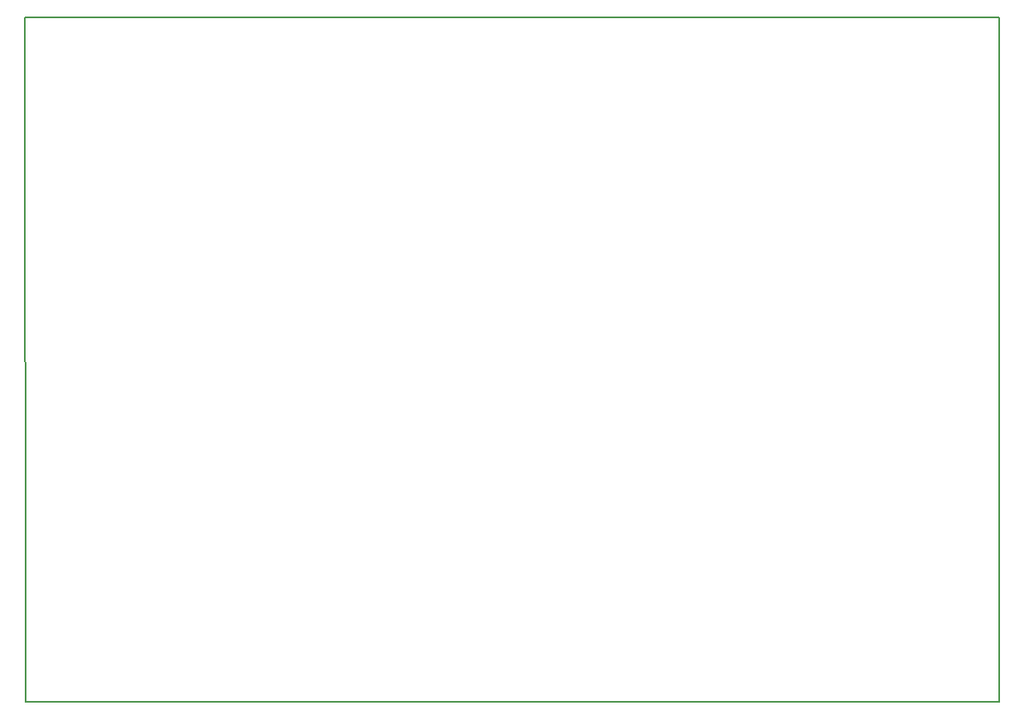
<source format=gbr>
G04 #@! TF.GenerationSoftware,KiCad,Pcbnew,(5.0.1)-3*
G04 #@! TF.CreationDate,2018-11-29T18:52:30+01:00*
G04 #@! TF.ProjectId,Board,426F6172642E6B696361645F70636200,rev?*
G04 #@! TF.SameCoordinates,Original*
G04 #@! TF.FileFunction,Profile,NP*
%FSLAX46Y46*%
G04 Gerber Fmt 4.6, Leading zero omitted, Abs format (unit mm)*
G04 Created by KiCad (PCBNEW (5.0.1)-3) date 11/29/18 18:52:30*
%MOMM*%
%LPD*%
G01*
G04 APERTURE LIST*
%ADD10C,0.150000*%
G04 APERTURE END LIST*
D10*
X177965590Y-33818878D02*
X177965590Y-103922878D01*
X78282800Y-103924100D02*
X78270590Y-33818878D01*
X78270590Y-33818878D02*
X177965590Y-33818878D01*
X177965590Y-103922878D02*
X78282800Y-103924100D01*
M02*

</source>
